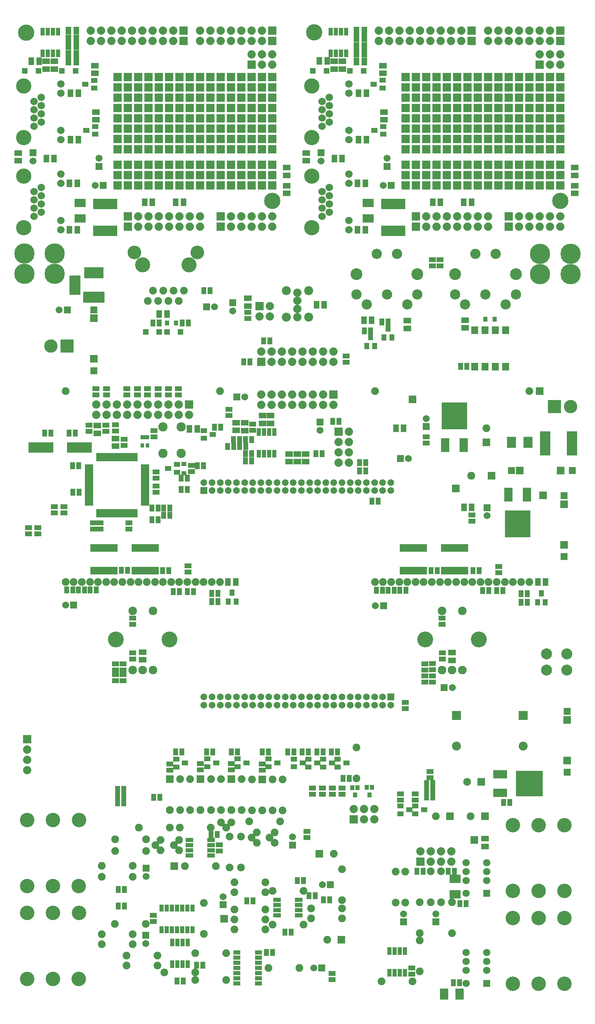
<source format=gts>
G04 (created by PCBNEW (2013-07-07 BZR 4022)-stable) date 14/04/2014 03:28:28*
%MOIN*%
G04 Gerber Fmt 3.4, Leading zero omitted, Abs format*
%FSLAX34Y34*%
G01*
G70*
G90*
G04 APERTURE LIST*
%ADD10C,0.00590551*%
%ADD11C,0.157795*%
%ADD12C,0.0672441*%
%ADD13R,0.0672441X0.0672441*%
%ADD14C,0.072*%
%ADD15C,0.148*%
%ADD16R,0.08X0.08*%
%ADD17R,0.075X0.055*%
%ADD18R,0.055X0.075*%
%ADD19R,0.0594X0.0515*%
%ADD20R,0.232598X0.0987402*%
%ADD21R,0.1066X0.083*%
%ADD22C,0.08*%
%ADD23R,0.0436X0.0751*%
%ADD24R,0.0535X0.0535*%
%ADD25R,0.075X0.075*%
%ADD26R,0.039685X0.0475591*%
%ADD27R,0.0751X0.0436*%
%ADD28R,0.045X0.065*%
%ADD29C,0.075*%
%ADD30R,0.065X0.045*%
%ADD31R,0.04X0.065*%
%ADD32R,0.065X0.04*%
%ADD33C,0.0751181*%
%ADD34R,0.076X0.076*%
%ADD35C,0.076*%
%ADD36R,0.0987402X0.232598*%
%ADD37R,0.13X0.13*%
%ADD38C,0.13*%
%ADD39R,0.083X0.1066*%
%ADD40R,0.0909X0.1066*%
%ADD41R,0.0751181X0.0751181*%
%ADD42C,0.0770866*%
%ADD43R,0.0770866X0.0770866*%
%ADD44R,0.0711811X0.0711811*%
%ADD45R,0.0365X0.0779*%
%ADD46R,0.032X0.04*%
%ADD47R,0.0310236X0.0790551*%
%ADD48R,0.0790551X0.0310236*%
%ADD49C,0.0829921*%
%ADD50C,0.153858*%
%ADD51C,0.14*%
%ADD52R,0.0652756X0.0652756*%
%ADD53C,0.0652756*%
%ADD54R,0.248X0.264*%
%ADD55R,0.083X0.138*%
%ADD56R,0.264X0.248*%
%ADD57R,0.138X0.083*%
%ADD58R,0.047X0.044*%
%ADD59R,0.24X0.103*%
%ADD60C,0.09*%
%ADD61R,0.0515X0.0594*%
%ADD62C,0.0711811*%
%ADD63R,0.0731496X0.0731496*%
%ADD64C,0.106614*%
%ADD65R,0.0869291X0.0869291*%
%ADD66C,0.0869291*%
%ADD67R,0.0672441X0.0751181*%
%ADD68R,0.044X0.047*%
%ADD69C,0.197165*%
%ADD70C,0.132205*%
%ADD71C,0.145984*%
%ADD72C,0.114488*%
%ADD73C,0.0987402*%
%ADD74R,0.189291X0.110551*%
%ADD75R,0.208976X0.110551*%
%ADD76R,0.110551X0.189291*%
G04 APERTURE END LIST*
G54D10*
G54D11*
X25057Y-17500D03*
X1187Y-1181D03*
G54D12*
X1845Y-13633D03*
G54D13*
X1845Y-12846D03*
G54D12*
X8245Y-13376D03*
G54D13*
X8245Y-14163D03*
G54D12*
X7881Y-16000D03*
G54D13*
X8668Y-16000D03*
G54D14*
X4565Y-20300D03*
X4565Y-19400D03*
X4565Y-15800D03*
X4565Y-14900D03*
X2665Y-16200D03*
X2665Y-17000D03*
X2665Y-17800D03*
X2665Y-18600D03*
X1965Y-17400D03*
X1965Y-18200D03*
X1965Y-16600D03*
X1965Y-19000D03*
G54D15*
X965Y-20100D03*
X965Y-15100D03*
G54D14*
X4565Y-11580D03*
X4565Y-10680D03*
X4565Y-7080D03*
X4565Y-6180D03*
X2665Y-7480D03*
X2665Y-8280D03*
X2665Y-9080D03*
X2665Y-9880D03*
X1965Y-8680D03*
X1965Y-9480D03*
X1965Y-7880D03*
X1965Y-10280D03*
G54D15*
X965Y-11380D03*
X965Y-6380D03*
G54D16*
X25065Y-16000D03*
X24065Y-16000D03*
X23065Y-16000D03*
X22065Y-16000D03*
X21065Y-16000D03*
X20065Y-16000D03*
X19065Y-16000D03*
X16065Y-16000D03*
X15065Y-16000D03*
X17065Y-16000D03*
X18065Y-16000D03*
X14065Y-16000D03*
X13065Y-16000D03*
X10065Y-16000D03*
X11065Y-16000D03*
X12065Y-16000D03*
X25065Y-14000D03*
X24065Y-14000D03*
X23065Y-14000D03*
X22065Y-14000D03*
X21065Y-14000D03*
X20065Y-14000D03*
X19065Y-14000D03*
X16065Y-14000D03*
X15065Y-14000D03*
X17065Y-14000D03*
X18065Y-14000D03*
X14065Y-14000D03*
X13065Y-14000D03*
X10065Y-14000D03*
X11065Y-14000D03*
X12065Y-14000D03*
X25065Y-15000D03*
X24065Y-15000D03*
X23065Y-15000D03*
X22065Y-15000D03*
X21065Y-15000D03*
X20065Y-15000D03*
X19065Y-15000D03*
X16065Y-15000D03*
X15065Y-15000D03*
X17065Y-15000D03*
X18065Y-15000D03*
X14065Y-15000D03*
X13065Y-15000D03*
X10065Y-15000D03*
X11065Y-15000D03*
X12065Y-15000D03*
X25065Y-11500D03*
X24065Y-11500D03*
X23065Y-11500D03*
X22065Y-11500D03*
X21065Y-11500D03*
X20065Y-11500D03*
X19065Y-11500D03*
X16065Y-11500D03*
X15065Y-11500D03*
X17065Y-11500D03*
X18065Y-11500D03*
X14065Y-11500D03*
X13065Y-11500D03*
X10065Y-11500D03*
X11065Y-11500D03*
X12065Y-11500D03*
X12065Y-12500D03*
X11065Y-12500D03*
X10065Y-12500D03*
X13065Y-12500D03*
X14065Y-12500D03*
X18065Y-12500D03*
X17065Y-12500D03*
X15065Y-12500D03*
X16065Y-12500D03*
X19065Y-12500D03*
X20065Y-12500D03*
X21065Y-12500D03*
X22065Y-12500D03*
X23065Y-12500D03*
X24065Y-12500D03*
X25065Y-12500D03*
X25065Y-10500D03*
X24065Y-10500D03*
X23065Y-10500D03*
X22065Y-10500D03*
X21065Y-10500D03*
X20065Y-10500D03*
X19065Y-10500D03*
X16065Y-10500D03*
X15065Y-10500D03*
X17065Y-10500D03*
X18065Y-10500D03*
X14065Y-10500D03*
X13065Y-10500D03*
X10065Y-10500D03*
X11065Y-10500D03*
X12065Y-10500D03*
X12065Y-9500D03*
X11065Y-9500D03*
X10065Y-9500D03*
X13065Y-9500D03*
X14065Y-9500D03*
X18065Y-9500D03*
X17065Y-9500D03*
X15065Y-9500D03*
X16065Y-9500D03*
X19065Y-9500D03*
X20065Y-9500D03*
X21065Y-9500D03*
X22065Y-9500D03*
X23065Y-9500D03*
X24065Y-9500D03*
X25065Y-9500D03*
X25065Y-8500D03*
X24065Y-8500D03*
X23065Y-8500D03*
X22065Y-8500D03*
X21065Y-8500D03*
X20065Y-8500D03*
X19065Y-8500D03*
X16065Y-8500D03*
X15065Y-8500D03*
X17065Y-8500D03*
X18065Y-8500D03*
X14065Y-8500D03*
X13065Y-8500D03*
X10065Y-8500D03*
X11065Y-8500D03*
X12065Y-8500D03*
X12065Y-7500D03*
X11065Y-7500D03*
X10065Y-7500D03*
X13065Y-7500D03*
X14065Y-7500D03*
X18065Y-7500D03*
X17065Y-7500D03*
X15065Y-7500D03*
X16065Y-7500D03*
X19065Y-7500D03*
X20065Y-7500D03*
X21065Y-7500D03*
X22065Y-7500D03*
X23065Y-7500D03*
X24065Y-7500D03*
X25065Y-7500D03*
X25065Y-6500D03*
X24065Y-6500D03*
X23065Y-6500D03*
X22065Y-6500D03*
X21065Y-6500D03*
X20065Y-6500D03*
X19065Y-6500D03*
X16065Y-6500D03*
X15065Y-6500D03*
X17065Y-6500D03*
X18065Y-6500D03*
X14065Y-6500D03*
X13065Y-6500D03*
X10065Y-6500D03*
X11065Y-6500D03*
X12065Y-6500D03*
X12065Y-5500D03*
X11065Y-5500D03*
X10065Y-5500D03*
X13065Y-5500D03*
X14065Y-5500D03*
X18065Y-5500D03*
X17065Y-5500D03*
X15065Y-5500D03*
X16065Y-5500D03*
X19065Y-5500D03*
X20065Y-5500D03*
X21065Y-5500D03*
X22065Y-5500D03*
X23065Y-5500D03*
X24065Y-5500D03*
X25065Y-5500D03*
G54D17*
X7855Y-5135D03*
X7855Y-4385D03*
G54D18*
X5390Y-20300D03*
X6140Y-20300D03*
X5390Y-15800D03*
X6140Y-15800D03*
X5490Y-11580D03*
X6240Y-11580D03*
G54D17*
X7965Y-9645D03*
X7965Y-8895D03*
G54D18*
X5490Y-7080D03*
X6240Y-7080D03*
G54D19*
X7032Y-10670D03*
X7898Y-10295D03*
X7898Y-11045D03*
G54D20*
X8865Y-20399D03*
X8865Y-17800D03*
G54D21*
X6425Y-19208D03*
X6425Y-17712D03*
G54D22*
X7465Y-2000D03*
X10465Y-2000D03*
X11465Y-2000D03*
X9465Y-2000D03*
X8465Y-2000D03*
X12465Y-2000D03*
X13465Y-2000D03*
G54D16*
X16465Y-2000D03*
G54D22*
X15465Y-2000D03*
X14465Y-2000D03*
X25065Y-19000D03*
X24065Y-19000D03*
X23065Y-19000D03*
G54D16*
X20065Y-19000D03*
G54D22*
X21065Y-19000D03*
X22065Y-19000D03*
X19065Y-2000D03*
X20065Y-2000D03*
X18065Y-2000D03*
X21065Y-2000D03*
X22065Y-2000D03*
G54D16*
X25065Y-2000D03*
G54D22*
X24065Y-2000D03*
X23065Y-2000D03*
X17065Y-19000D03*
X16065Y-19000D03*
X18065Y-19000D03*
X15065Y-19000D03*
X14065Y-19000D03*
G54D16*
X11065Y-19000D03*
G54D22*
X12065Y-19000D03*
X13065Y-19000D03*
G54D16*
X23065Y-4300D03*
G54D22*
X23065Y-3300D03*
X24065Y-4300D03*
X24065Y-3300D03*
X25065Y-4300D03*
X25065Y-3300D03*
G54D18*
X16450Y-17620D03*
X15700Y-17620D03*
G54D17*
X3125Y-4725D03*
X3125Y-3975D03*
G54D18*
X12680Y-17620D03*
X13430Y-17620D03*
X6050Y-3250D03*
X5300Y-3250D03*
X1700Y-3950D03*
X2450Y-3950D03*
X5300Y-4000D03*
X6050Y-4000D03*
G54D17*
X3925Y-4725D03*
X3925Y-3975D03*
G54D18*
X3900Y-13400D03*
X3150Y-13400D03*
X5300Y-1000D03*
X6050Y-1000D03*
X5300Y-1750D03*
X6050Y-1750D03*
X5300Y-2500D03*
X6050Y-2500D03*
G54D17*
X415Y-13605D03*
X415Y-12855D03*
X26465Y-16775D03*
X26465Y-16025D03*
X26465Y-14275D03*
X26465Y-15025D03*
G54D23*
X4275Y-3200D03*
X4275Y-1100D03*
X3775Y-3200D03*
X3275Y-3200D03*
X2775Y-3200D03*
X3775Y-1100D03*
X3275Y-1100D03*
X2775Y-1100D03*
G54D24*
X5984Y-4900D03*
X4666Y-4900D03*
X1066Y-4900D03*
X2384Y-4900D03*
G54D22*
X7465Y-1000D03*
X10465Y-1000D03*
X11465Y-1000D03*
X9465Y-1000D03*
X8465Y-1000D03*
X12465Y-1000D03*
X13465Y-1000D03*
G54D16*
X16465Y-1000D03*
G54D22*
X15465Y-1000D03*
X14465Y-1000D03*
X25065Y-20000D03*
X24065Y-20000D03*
X23065Y-20000D03*
G54D16*
X20065Y-20000D03*
G54D22*
X21065Y-20000D03*
X22065Y-20000D03*
X17065Y-20000D03*
X16065Y-20000D03*
X18065Y-20000D03*
X15065Y-20000D03*
X14065Y-20000D03*
G54D16*
X11065Y-20000D03*
G54D22*
X12065Y-20000D03*
X13065Y-20000D03*
X19065Y-1000D03*
X20065Y-1000D03*
X18065Y-1000D03*
X21065Y-1000D03*
X22065Y-1000D03*
G54D16*
X25065Y-1000D03*
G54D22*
X24065Y-1000D03*
X23065Y-1000D03*
G54D19*
X6937Y-6190D03*
X7803Y-5815D03*
X7803Y-6565D03*
G54D12*
X27026Y-79140D03*
G54D13*
X27026Y-79927D03*
G54D25*
X44656Y-79438D03*
G54D26*
X32820Y-74364D03*
X33331Y-74364D03*
X33076Y-75073D03*
X34220Y-74344D03*
X34731Y-74344D03*
X34476Y-75053D03*
G54D27*
X27626Y-85238D03*
X25526Y-85238D03*
X27626Y-85738D03*
X27626Y-86238D03*
X27626Y-86738D03*
X25526Y-85738D03*
X25526Y-86238D03*
X25526Y-86738D03*
G54D28*
X28086Y-83348D03*
X27486Y-83348D03*
X30606Y-85238D03*
X30006Y-85238D03*
X26878Y-88365D03*
X26278Y-88365D03*
X10126Y-85838D03*
X10726Y-85838D03*
X10126Y-84228D03*
X10726Y-84228D03*
X22596Y-85328D03*
X23196Y-85328D03*
X29216Y-84838D03*
X28616Y-84838D03*
G54D29*
X25086Y-87618D03*
X28086Y-87618D03*
X21376Y-88108D03*
X24376Y-88108D03*
X31806Y-87038D03*
X28806Y-87038D03*
X31826Y-82258D03*
X31826Y-85258D03*
X21396Y-84508D03*
X24396Y-84508D03*
X25086Y-84368D03*
X28086Y-84368D03*
X21376Y-87128D03*
X24376Y-87128D03*
X31806Y-86058D03*
X28806Y-86058D03*
X21376Y-86148D03*
X24376Y-86148D03*
X24396Y-83528D03*
X21396Y-83528D03*
G54D12*
X29912Y-83758D03*
G54D13*
X30699Y-83758D03*
G54D12*
X20296Y-84925D03*
G54D13*
X20296Y-85712D03*
G54D29*
X9796Y-87578D03*
X12796Y-87578D03*
G54D12*
X12796Y-89452D03*
G54D13*
X12796Y-88665D03*
G54D29*
X11526Y-89538D03*
X8526Y-89538D03*
X11536Y-88558D03*
X8536Y-88558D03*
X17576Y-90398D03*
X20576Y-90398D03*
X13916Y-91598D03*
X10916Y-91598D03*
X17596Y-92998D03*
X20596Y-92998D03*
X17596Y-92278D03*
X14596Y-92278D03*
X18416Y-88518D03*
X18416Y-85518D03*
X13916Y-90618D03*
X10916Y-90618D03*
G54D28*
X15816Y-93098D03*
X16416Y-93098D03*
X25086Y-90328D03*
X24486Y-90328D03*
X18316Y-91558D03*
X17716Y-91558D03*
G54D30*
X13516Y-87318D03*
X13516Y-86718D03*
G54D31*
X14336Y-88118D03*
X14836Y-88118D03*
X15336Y-88118D03*
X15836Y-88118D03*
X16336Y-88118D03*
X16836Y-88118D03*
X17336Y-88118D03*
X17336Y-86018D03*
X16836Y-86018D03*
X16336Y-86018D03*
X15836Y-86018D03*
X15336Y-86018D03*
X14836Y-86018D03*
X14336Y-86018D03*
G54D32*
X21616Y-90338D03*
X21616Y-90838D03*
X21616Y-91338D03*
X21616Y-91838D03*
X21616Y-92338D03*
X21616Y-92838D03*
X21616Y-93338D03*
X23716Y-93338D03*
X23716Y-92838D03*
X23716Y-92338D03*
X23716Y-91838D03*
X23716Y-91338D03*
X23716Y-90838D03*
X23716Y-90338D03*
G54D23*
X16846Y-91448D03*
X16846Y-89348D03*
X16346Y-91448D03*
X15846Y-91448D03*
X15346Y-91448D03*
X16346Y-89348D03*
X15846Y-89348D03*
X15346Y-89348D03*
G54D30*
X18096Y-72638D03*
X18096Y-72038D03*
X24076Y-72648D03*
X24076Y-72048D03*
X21096Y-72638D03*
X21096Y-72038D03*
X15126Y-72648D03*
X15126Y-72048D03*
G54D19*
X16604Y-71973D03*
X15738Y-72348D03*
X15738Y-71598D03*
X19609Y-71953D03*
X18743Y-72328D03*
X18743Y-71578D03*
X22569Y-71953D03*
X21703Y-72328D03*
X21703Y-71578D03*
X25559Y-71953D03*
X24693Y-72328D03*
X24693Y-71578D03*
G54D33*
X25271Y-79683D03*
X24771Y-79183D03*
X25271Y-78683D03*
X21081Y-77738D03*
X20581Y-78238D03*
X20081Y-77738D03*
X23546Y-79683D03*
X23046Y-79183D03*
X23546Y-78683D03*
X16006Y-80438D03*
X15506Y-79938D03*
X16006Y-79438D03*
X14206Y-80438D03*
X13706Y-79938D03*
X14206Y-79438D03*
G54D27*
X19131Y-79438D03*
X17031Y-79438D03*
X19131Y-79938D03*
X19131Y-80438D03*
X19131Y-80938D03*
X17031Y-79938D03*
X17031Y-80438D03*
X17031Y-80938D03*
G54D28*
X19731Y-78888D03*
X19131Y-78888D03*
G54D30*
X28436Y-78588D03*
X28436Y-79188D03*
X19931Y-80488D03*
X19931Y-79888D03*
G54D29*
X23071Y-73548D03*
X23071Y-76548D03*
X25826Y-77633D03*
X22826Y-77633D03*
X17103Y-73526D03*
X17103Y-76526D03*
X20906Y-79088D03*
X20906Y-82088D03*
X19581Y-81963D03*
X16581Y-81963D03*
X26056Y-73558D03*
X26056Y-76558D03*
X16123Y-73526D03*
X16123Y-76526D03*
X22096Y-73538D03*
X22096Y-76538D03*
X20096Y-73528D03*
X20096Y-76528D03*
X19116Y-73528D03*
X19116Y-76528D03*
X25076Y-73558D03*
X25076Y-76558D03*
X9831Y-80488D03*
X12831Y-80488D03*
X22031Y-82088D03*
X22031Y-79088D03*
X11531Y-83013D03*
X8531Y-83013D03*
X11536Y-81938D03*
X8536Y-81938D03*
X9831Y-79363D03*
X12831Y-79363D03*
X12106Y-78238D03*
X15106Y-78238D03*
X16081Y-78238D03*
X19081Y-78238D03*
G54D34*
X18096Y-73538D03*
G54D35*
X18096Y-76538D03*
G54D34*
X21096Y-73538D03*
G54D35*
X21096Y-76538D03*
G54D34*
X24076Y-73558D03*
G54D35*
X24076Y-76558D03*
G54D34*
X15123Y-73526D03*
G54D35*
X15123Y-76526D03*
G54D12*
X12831Y-82952D03*
G54D13*
X12831Y-82165D03*
G54D33*
X19185Y-54433D03*
X19973Y-54433D03*
X5012Y-35929D03*
X16036Y-54433D03*
X16823Y-54433D03*
X17611Y-54433D03*
X12886Y-54433D03*
X13674Y-54433D03*
X14461Y-54433D03*
X10524Y-54433D03*
X11311Y-54433D03*
X12099Y-54433D03*
X7374Y-54433D03*
X8162Y-54433D03*
X8949Y-54433D03*
X5012Y-54433D03*
X5800Y-54433D03*
X19973Y-35929D03*
X15248Y-54433D03*
X18398Y-54433D03*
X6587Y-54433D03*
X9737Y-54433D03*
G54D36*
X54107Y-41008D03*
X51508Y-41008D03*
G54D17*
X28292Y-42017D03*
X28292Y-42767D03*
G54D18*
X44401Y-47203D03*
X43651Y-47203D03*
G54D17*
X9856Y-40518D03*
X9856Y-41268D03*
X45676Y-79303D03*
X45676Y-80053D03*
X42496Y-61278D03*
X42496Y-62028D03*
X12491Y-61223D03*
X12491Y-61973D03*
G54D18*
X37791Y-39518D03*
X37041Y-39518D03*
X20766Y-54438D03*
X21516Y-54438D03*
G54D17*
X8096Y-40028D03*
X8096Y-39278D03*
X24894Y-38307D03*
X24894Y-39057D03*
X24107Y-39057D03*
X24107Y-38307D03*
G54D18*
X50806Y-54433D03*
X51556Y-54433D03*
G54D30*
X8916Y-39823D03*
X8916Y-39223D03*
X13791Y-45728D03*
X13791Y-45128D03*
G54D28*
X6316Y-45723D03*
X5716Y-45723D03*
X20051Y-39438D03*
X19451Y-39438D03*
X29303Y-42014D03*
X29903Y-42014D03*
G54D30*
X7271Y-39828D03*
X7271Y-39228D03*
X10676Y-41193D03*
X10676Y-40593D03*
X11166Y-48693D03*
X11166Y-49293D03*
X13796Y-44348D03*
X13796Y-43748D03*
G54D28*
X13371Y-48388D03*
X13971Y-48388D03*
X13381Y-47278D03*
X13981Y-47278D03*
X16821Y-44358D03*
X16221Y-44358D03*
X16816Y-45473D03*
X16216Y-45473D03*
G54D30*
X3936Y-47743D03*
X3936Y-47143D03*
X4846Y-47743D03*
X4846Y-47143D03*
X13601Y-40353D03*
X13601Y-39753D03*
X9856Y-39813D03*
X9856Y-39213D03*
G54D28*
X21876Y-41313D03*
X22476Y-41313D03*
G54D30*
X37486Y-75578D03*
X37486Y-74978D03*
X38916Y-75578D03*
X38916Y-74978D03*
G54D28*
X43856Y-85598D03*
X43256Y-85598D03*
X42616Y-93248D03*
X43216Y-93248D03*
G54D30*
X37960Y-66693D03*
X37960Y-66093D03*
G54D28*
X35336Y-46583D03*
X34736Y-46583D03*
X31526Y-38858D03*
X30926Y-38858D03*
G54D30*
X20846Y-37687D03*
X20846Y-38287D03*
G54D28*
X47486Y-75798D03*
X48086Y-75798D03*
G54D30*
X39984Y-40352D03*
X39984Y-40952D03*
X44416Y-47943D03*
X44416Y-48543D03*
G54D28*
X22466Y-41983D03*
X23066Y-41983D03*
X22466Y-40643D03*
X23066Y-40643D03*
X15131Y-47273D03*
X14531Y-47273D03*
X14531Y-47958D03*
X15131Y-47958D03*
X34116Y-43668D03*
X33516Y-43668D03*
X33516Y-42878D03*
X34116Y-42878D03*
X6291Y-43173D03*
X5691Y-43173D03*
G54D30*
X23156Y-39143D03*
X23156Y-39743D03*
X47036Y-52923D03*
X47036Y-53523D03*
X11511Y-58523D03*
X11511Y-57923D03*
X1424Y-49753D03*
X1424Y-49153D03*
X2318Y-49751D03*
X2318Y-49151D03*
G54D28*
X10646Y-75833D03*
X10046Y-75833D03*
X10646Y-75178D03*
X10046Y-75178D03*
X10646Y-74528D03*
X10046Y-74528D03*
X40636Y-75268D03*
X40036Y-75268D03*
X40636Y-74618D03*
X40036Y-74618D03*
X40636Y-73968D03*
X40036Y-73968D03*
X49786Y-56388D03*
X49186Y-56388D03*
X49186Y-55573D03*
X49786Y-55573D03*
X35745Y-55221D03*
X35145Y-55221D03*
X36287Y-55221D03*
X36887Y-55221D03*
X38029Y-55221D03*
X37429Y-55221D03*
X45444Y-55257D03*
X46044Y-55257D03*
X47428Y-55259D03*
X46828Y-55259D03*
X40446Y-53333D03*
X41046Y-53333D03*
X44506Y-53338D03*
X45106Y-53338D03*
X19791Y-56333D03*
X19191Y-56333D03*
X19181Y-55528D03*
X19781Y-55528D03*
X5706Y-55181D03*
X5106Y-55181D03*
X6248Y-55181D03*
X6848Y-55181D03*
X7989Y-55181D03*
X7389Y-55181D03*
G54D30*
X16896Y-52878D03*
X16896Y-53478D03*
G54D28*
X17424Y-55373D03*
X16824Y-55373D03*
X15442Y-55373D03*
X16042Y-55373D03*
X14437Y-53331D03*
X15037Y-53331D03*
X10416Y-53293D03*
X11016Y-53293D03*
G54D30*
X9849Y-62957D03*
X9849Y-62357D03*
G54D28*
X2996Y-40003D03*
X3596Y-40003D03*
X5946Y-40003D03*
X5346Y-40003D03*
G54D30*
X7965Y-35708D03*
X7965Y-36308D03*
X8988Y-35708D03*
X8988Y-36308D03*
X11981Y-35708D03*
X11981Y-36308D03*
X12965Y-35708D03*
X12965Y-36308D03*
X10957Y-35708D03*
X10957Y-36308D03*
X13988Y-35708D03*
X13988Y-36308D03*
X14973Y-35708D03*
X14973Y-36308D03*
X15957Y-35708D03*
X15957Y-36308D03*
X41566Y-61313D03*
X41566Y-61913D03*
X40596Y-63523D03*
X40596Y-64123D03*
X40596Y-62943D03*
X40596Y-62343D03*
X39866Y-63523D03*
X39866Y-64123D03*
X9849Y-63399D03*
X9849Y-63999D03*
X10597Y-62957D03*
X10597Y-62357D03*
X10597Y-63399D03*
X10597Y-63999D03*
X11526Y-61293D03*
X11526Y-61893D03*
X41517Y-58523D03*
X41517Y-57923D03*
X39856Y-62953D03*
X39856Y-62353D03*
G54D25*
X50973Y-35926D03*
X51312Y-46018D03*
X38656Y-36733D03*
X42861Y-45353D03*
G54D16*
X30996Y-36253D03*
G54D22*
X30996Y-37253D03*
X29996Y-36253D03*
X29996Y-37253D03*
X28996Y-36253D03*
X28996Y-37253D03*
X27996Y-36253D03*
X27996Y-37253D03*
X26996Y-36253D03*
X26996Y-37253D03*
X25996Y-36253D03*
X25996Y-37253D03*
X24996Y-36253D03*
X24996Y-37253D03*
X23996Y-36253D03*
X23996Y-37253D03*
G54D16*
X31471Y-39878D03*
G54D22*
X32471Y-39878D03*
X31471Y-40878D03*
X32471Y-40878D03*
X31471Y-41878D03*
X32471Y-41878D03*
X31471Y-42878D03*
X32471Y-42878D03*
X15976Y-37223D03*
X14976Y-37223D03*
X15976Y-38223D03*
X14976Y-38223D03*
X12976Y-37223D03*
X11976Y-37223D03*
X12976Y-38223D03*
X11976Y-38223D03*
X9976Y-37223D03*
X8976Y-37223D03*
X9976Y-38223D03*
X8976Y-38223D03*
G54D16*
X16976Y-37223D03*
G54D22*
X13976Y-37223D03*
X16976Y-38223D03*
X13976Y-38223D03*
X10976Y-37223D03*
X7976Y-37223D03*
X10976Y-38223D03*
X7976Y-38223D03*
G54D37*
X52414Y-37425D03*
G54D38*
X53973Y-37425D03*
G54D21*
X42776Y-83210D03*
X42776Y-84706D03*
G54D39*
X41718Y-94368D03*
X43214Y-94368D03*
G54D40*
X49846Y-40913D03*
X48266Y-40913D03*
G54D33*
X43957Y-73808D03*
G54D41*
X45335Y-73808D03*
G54D33*
X45836Y-39534D03*
G54D41*
X45836Y-40912D03*
G54D12*
X38269Y-42468D03*
G54D13*
X37482Y-42468D03*
G54D12*
X22392Y-36499D03*
G54D13*
X21605Y-36499D03*
G54D12*
X29676Y-39722D03*
G54D13*
X29676Y-38935D03*
G54D12*
X35052Y-56717D03*
G54D13*
X35839Y-56717D03*
G54D12*
X42507Y-64667D03*
G54D13*
X41720Y-64667D03*
G54D12*
X5012Y-56677D03*
G54D13*
X5800Y-56677D03*
G54D12*
X45876Y-48003D03*
G54D13*
X45876Y-47216D03*
G54D12*
X39984Y-38585D03*
G54D13*
X39984Y-39372D03*
G54D42*
X44361Y-44133D03*
G54D43*
X46330Y-44133D03*
G54D44*
X53655Y-66958D03*
X53655Y-72864D03*
X48243Y-43618D03*
X54148Y-43618D03*
X53354Y-46075D03*
X53354Y-51980D03*
G54D45*
X42869Y-51131D03*
X42613Y-51131D03*
X42357Y-51131D03*
X42101Y-51131D03*
X43633Y-53333D03*
X43637Y-51131D03*
X43381Y-51131D03*
X43125Y-51131D03*
X41845Y-53335D03*
X42101Y-53335D03*
X42357Y-53335D03*
X42613Y-53335D03*
X42869Y-53335D03*
X43125Y-53335D03*
X41845Y-51131D03*
X43381Y-53333D03*
X43893Y-51131D03*
X41589Y-51131D03*
X41589Y-53335D03*
X43893Y-53335D03*
X38874Y-51121D03*
X38618Y-51121D03*
X38362Y-51121D03*
X38106Y-51121D03*
X39638Y-53323D03*
X39642Y-51121D03*
X39386Y-51121D03*
X39130Y-51121D03*
X37850Y-53325D03*
X38106Y-53325D03*
X38362Y-53325D03*
X38618Y-53325D03*
X38874Y-53325D03*
X39130Y-53325D03*
X37850Y-51121D03*
X39386Y-53323D03*
X39898Y-51121D03*
X37594Y-51121D03*
X37594Y-53325D03*
X39898Y-53325D03*
G54D46*
X12939Y-40411D03*
X12439Y-40411D03*
X12939Y-41211D03*
X12689Y-40411D03*
X12439Y-41211D03*
G54D30*
X8366Y-48683D03*
X8366Y-49283D03*
G54D47*
X11863Y-42327D03*
X11666Y-42327D03*
X11469Y-42327D03*
X11273Y-42327D03*
X11076Y-42327D03*
X10879Y-42327D03*
X10682Y-42327D03*
X10485Y-42327D03*
X10288Y-42327D03*
X10091Y-42327D03*
X9895Y-42327D03*
X9698Y-42327D03*
X9501Y-42327D03*
X9304Y-42327D03*
X9107Y-42327D03*
X8910Y-42327D03*
X8713Y-42327D03*
X8517Y-42327D03*
X8320Y-42327D03*
X8123Y-42327D03*
G54D48*
X7276Y-43173D03*
X7276Y-43370D03*
X7276Y-43567D03*
X7276Y-43764D03*
X7276Y-43961D03*
X7276Y-44158D03*
X7276Y-44354D03*
X7276Y-44551D03*
X7276Y-44748D03*
X7276Y-44945D03*
X7276Y-45142D03*
X7276Y-45339D03*
X7276Y-45536D03*
X7276Y-45732D03*
X7276Y-45929D03*
X7276Y-46126D03*
X7276Y-46323D03*
X7276Y-46520D03*
X7276Y-46717D03*
X7276Y-46914D03*
G54D47*
X8123Y-47760D03*
X8320Y-47760D03*
X8517Y-47760D03*
X8713Y-47760D03*
X8910Y-47760D03*
X9107Y-47760D03*
X9304Y-47760D03*
X9501Y-47760D03*
X9698Y-47760D03*
X9895Y-47760D03*
X10091Y-47760D03*
X10288Y-47760D03*
X10485Y-47760D03*
X10682Y-47760D03*
X10879Y-47760D03*
X11076Y-47760D03*
X11273Y-47760D03*
X11469Y-47760D03*
X11666Y-47760D03*
X11863Y-47760D03*
G54D48*
X12710Y-46914D03*
X12710Y-46717D03*
X12710Y-46520D03*
X12710Y-46323D03*
X12710Y-46126D03*
X12710Y-45929D03*
X12710Y-45732D03*
X12710Y-45536D03*
X12710Y-45339D03*
X12710Y-45142D03*
X12710Y-44945D03*
X12710Y-44748D03*
X12710Y-44551D03*
X12710Y-44354D03*
X12710Y-44158D03*
X12710Y-43961D03*
X12710Y-43764D03*
X12710Y-43567D03*
X12710Y-43370D03*
X12710Y-43173D03*
G54D49*
X11509Y-62955D03*
X11509Y-57246D03*
X13478Y-62955D03*
X13478Y-57246D03*
X12493Y-62955D03*
G54D50*
X9894Y-60004D03*
X15091Y-60004D03*
G54D49*
X41509Y-62955D03*
X41509Y-57246D03*
X43478Y-62955D03*
X43478Y-57246D03*
X42493Y-62955D03*
G54D50*
X39894Y-60004D03*
X45091Y-60004D03*
G54D51*
X3793Y-77511D03*
X1293Y-77511D03*
X6308Y-77511D03*
X3793Y-83901D03*
X1293Y-83901D03*
X6293Y-83901D03*
X3793Y-86511D03*
X1293Y-86511D03*
X6308Y-86511D03*
X3793Y-92901D03*
X1293Y-92901D03*
X6293Y-92901D03*
X50893Y-84376D03*
X53393Y-84376D03*
X48378Y-84376D03*
X50893Y-77986D03*
X53393Y-77986D03*
X48393Y-77986D03*
X50893Y-93376D03*
X53393Y-93376D03*
X48378Y-93376D03*
X50893Y-86986D03*
X53393Y-86986D03*
X48393Y-86986D03*
G54D33*
X49185Y-54433D03*
X49973Y-54433D03*
X35012Y-35929D03*
X46036Y-54433D03*
X46823Y-54433D03*
X47611Y-54433D03*
X42886Y-54433D03*
X43674Y-54433D03*
X44461Y-54433D03*
X40524Y-54433D03*
X41311Y-54433D03*
X42099Y-54433D03*
X37374Y-54433D03*
X38162Y-54433D03*
X38949Y-54433D03*
X35012Y-54433D03*
X35800Y-54433D03*
X49973Y-35929D03*
X45248Y-54433D03*
X48398Y-54433D03*
X36587Y-54433D03*
X39737Y-54433D03*
G54D52*
X18437Y-45575D03*
G54D53*
X18437Y-44788D03*
X19225Y-45575D03*
X19225Y-44788D03*
X20012Y-45575D03*
X20012Y-44788D03*
X20800Y-45575D03*
X20800Y-44788D03*
X21587Y-45575D03*
X21587Y-44788D03*
X22374Y-45575D03*
X22374Y-44788D03*
X23162Y-45575D03*
X23162Y-44788D03*
X23949Y-45575D03*
X23949Y-44788D03*
X24737Y-45575D03*
X24737Y-44788D03*
X25524Y-45575D03*
X25524Y-44788D03*
X26311Y-45575D03*
X26311Y-44788D03*
X27099Y-45575D03*
X27099Y-44788D03*
X27886Y-45575D03*
X27886Y-44788D03*
X28674Y-45575D03*
X28674Y-44788D03*
X29461Y-45575D03*
X29461Y-44788D03*
X30248Y-45575D03*
X30248Y-44788D03*
X31036Y-45575D03*
X31036Y-44788D03*
X31823Y-45575D03*
X31823Y-44788D03*
X32611Y-45575D03*
X32611Y-44788D03*
X33398Y-45575D03*
X33398Y-44788D03*
X34185Y-45575D03*
X34185Y-44788D03*
X34973Y-45575D03*
X34973Y-44788D03*
X35760Y-45575D03*
X35760Y-44788D03*
X36548Y-45575D03*
X36548Y-44788D03*
G54D52*
X36548Y-65575D03*
G54D53*
X36548Y-66363D03*
X35760Y-65575D03*
X35760Y-66363D03*
X34973Y-65575D03*
X34973Y-66363D03*
X34185Y-65575D03*
X34185Y-66363D03*
X33398Y-65575D03*
X33398Y-66363D03*
X32611Y-65575D03*
X32611Y-66363D03*
X31823Y-65575D03*
X31823Y-66363D03*
X31036Y-65575D03*
X31036Y-66363D03*
X30248Y-65575D03*
X30248Y-66363D03*
X29461Y-65575D03*
X29461Y-66363D03*
X28674Y-65575D03*
X28674Y-66363D03*
X27886Y-65575D03*
X27886Y-66363D03*
X27099Y-65575D03*
X27099Y-66363D03*
X26311Y-65575D03*
X26311Y-66363D03*
X25524Y-65575D03*
X25524Y-66363D03*
X24737Y-65575D03*
X24737Y-66363D03*
X23949Y-65575D03*
X23949Y-66363D03*
X23162Y-65575D03*
X23162Y-66363D03*
X22374Y-65575D03*
X22374Y-66363D03*
X21587Y-65575D03*
X21587Y-66363D03*
X20800Y-65575D03*
X20800Y-66363D03*
X20012Y-65575D03*
X20012Y-66363D03*
X19225Y-65575D03*
X19225Y-66363D03*
X18437Y-65575D03*
X18437Y-66363D03*
G54D54*
X48862Y-48793D03*
G54D55*
X49762Y-45963D03*
X47962Y-45963D03*
G54D54*
X42736Y-38333D03*
G54D55*
X41836Y-41163D03*
X43636Y-41163D03*
G54D56*
X49994Y-73953D03*
G54D57*
X47164Y-73053D03*
X47164Y-74853D03*
G54D45*
X8864Y-51131D03*
X8608Y-51131D03*
X8352Y-51131D03*
X8096Y-51131D03*
X9628Y-53333D03*
X9632Y-51131D03*
X9376Y-51131D03*
X9120Y-51131D03*
X7840Y-53335D03*
X8096Y-53335D03*
X8352Y-53335D03*
X8608Y-53335D03*
X8864Y-53335D03*
X9120Y-53335D03*
X7840Y-51131D03*
X9376Y-53333D03*
X9888Y-51131D03*
X7584Y-51131D03*
X7584Y-53335D03*
X9888Y-53335D03*
X12876Y-51127D03*
X12620Y-51127D03*
X12364Y-51127D03*
X12108Y-51127D03*
X13640Y-53329D03*
X13644Y-51127D03*
X13388Y-51127D03*
X13132Y-51127D03*
X11852Y-53331D03*
X12108Y-53331D03*
X12364Y-53331D03*
X12620Y-53331D03*
X12876Y-53331D03*
X13132Y-53331D03*
X11852Y-51127D03*
X13388Y-53329D03*
X13900Y-51127D03*
X11596Y-51127D03*
X11596Y-53331D03*
X13900Y-53331D03*
G54D19*
X14948Y-43418D03*
X15814Y-43043D03*
X15814Y-43793D03*
G54D28*
X18391Y-43153D03*
X17791Y-43153D03*
G54D30*
X17221Y-43128D03*
X17221Y-43728D03*
G54D58*
X16491Y-43008D03*
X16491Y-43888D03*
G54D59*
X2626Y-41403D03*
X6366Y-41403D03*
G54D18*
X17771Y-39608D03*
X17021Y-39608D03*
G54D23*
X23766Y-39883D03*
X23766Y-41983D03*
X24266Y-39883D03*
X24766Y-39883D03*
X25266Y-39883D03*
X24266Y-41983D03*
X24766Y-41983D03*
X25266Y-41983D03*
G54D17*
X22376Y-38998D03*
X22376Y-39748D03*
X21556Y-38993D03*
X21556Y-39743D03*
G54D28*
X20726Y-41313D03*
X21326Y-41313D03*
X23066Y-42693D03*
X22466Y-42693D03*
X21286Y-40643D03*
X21886Y-40643D03*
G54D30*
X7716Y-49283D03*
X7716Y-48683D03*
G54D16*
X1296Y-69678D03*
G54D22*
X1296Y-70678D03*
X1296Y-71678D03*
X1296Y-72678D03*
G54D17*
X26696Y-42768D03*
X26696Y-42018D03*
G54D19*
X19289Y-40133D03*
X18423Y-40508D03*
X18423Y-39758D03*
G54D60*
X14445Y-39403D03*
X16217Y-39403D03*
X14445Y-41963D03*
X16217Y-41963D03*
G54D28*
X13539Y-75283D03*
X14139Y-75283D03*
G54D30*
X40346Y-72798D03*
X40346Y-73398D03*
G54D19*
X39779Y-76508D03*
X38913Y-76883D03*
X38913Y-76133D03*
X38359Y-76508D03*
X37493Y-76883D03*
X37493Y-76133D03*
G54D61*
X21166Y-55465D03*
X21541Y-56331D03*
X20791Y-56331D03*
X51146Y-55520D03*
X51521Y-56386D03*
X50771Y-56386D03*
G54D17*
X27484Y-42768D03*
X27484Y-42018D03*
G54D19*
X32269Y-71978D03*
X31403Y-72353D03*
X31403Y-71603D03*
X30849Y-71978D03*
X29983Y-72353D03*
X29983Y-71603D03*
X29429Y-71978D03*
X28563Y-72353D03*
X28563Y-71603D03*
X28009Y-71958D03*
X27143Y-72333D03*
X27143Y-71583D03*
G54D30*
X30846Y-92958D03*
X30846Y-92358D03*
G54D29*
X27676Y-91838D03*
X24676Y-91838D03*
G54D12*
X29082Y-91838D03*
G54D13*
X29869Y-91838D03*
G54D30*
X29916Y-74398D03*
X29916Y-74998D03*
X28956Y-74398D03*
X28956Y-74998D03*
X30876Y-74398D03*
X30876Y-74998D03*
X31836Y-74398D03*
X31836Y-74998D03*
G54D23*
X37906Y-92308D03*
X37906Y-90208D03*
X37406Y-92308D03*
X36906Y-92308D03*
X36406Y-92308D03*
X37406Y-90208D03*
X36906Y-90208D03*
X36406Y-90208D03*
G54D29*
X39356Y-89178D03*
X39356Y-92178D03*
X37956Y-85498D03*
X37956Y-82498D03*
X39356Y-85478D03*
X39356Y-88478D03*
X40416Y-82478D03*
X40416Y-85478D03*
X38656Y-93138D03*
X35656Y-93138D03*
X37036Y-85498D03*
X37036Y-82498D03*
X42476Y-85478D03*
X42476Y-88478D03*
X41416Y-82478D03*
X41416Y-85478D03*
G54D30*
X38576Y-91838D03*
X38576Y-92438D03*
G54D28*
X39096Y-82478D03*
X39696Y-82478D03*
X42736Y-82478D03*
X42136Y-82478D03*
G54D12*
X37796Y-86585D03*
G54D13*
X37796Y-87372D03*
G54D12*
X40916Y-86585D03*
G54D13*
X40916Y-87372D03*
G54D16*
X39416Y-81538D03*
G54D22*
X39416Y-80538D03*
X40416Y-81538D03*
X40416Y-80538D03*
X41416Y-81538D03*
X41416Y-80538D03*
X42416Y-81538D03*
X42416Y-80538D03*
G54D16*
X32966Y-77418D03*
G54D22*
X32966Y-76418D03*
X33966Y-77418D03*
X33966Y-76418D03*
X34966Y-77418D03*
X34966Y-76418D03*
G54D25*
X15566Y-81968D03*
X20396Y-87068D03*
G54D29*
X33236Y-73473D03*
X33236Y-70473D03*
G54D28*
X32516Y-73468D03*
X31916Y-73468D03*
G54D62*
X45866Y-81622D03*
X45866Y-83355D03*
X43866Y-82488D03*
X43866Y-83355D03*
X43866Y-81622D03*
X45866Y-82488D03*
X43866Y-84614D03*
G54D44*
X45866Y-84614D03*
G54D62*
X45856Y-90337D03*
X45856Y-92070D03*
X43856Y-91203D03*
X43856Y-92070D03*
X43856Y-90337D03*
X45856Y-91203D03*
X43856Y-93329D03*
G54D44*
X45856Y-93329D03*
G54D63*
X53354Y-46903D03*
X53354Y-50840D03*
X49070Y-43618D03*
X53007Y-43618D03*
X53655Y-67798D03*
X53655Y-71735D03*
G54D28*
X30796Y-70903D03*
X31396Y-70903D03*
X29371Y-70903D03*
X29971Y-70903D03*
X27946Y-70903D03*
X28546Y-70903D03*
X26546Y-70903D03*
X27146Y-70903D03*
X24096Y-70903D03*
X24696Y-70903D03*
X21096Y-70903D03*
X21696Y-70903D03*
X19271Y-70903D03*
X18671Y-70903D03*
X16296Y-70903D03*
X15696Y-70903D03*
G54D64*
X51661Y-61401D03*
X53630Y-61401D03*
X53630Y-62976D03*
X51661Y-62976D03*
G54D33*
X44297Y-77118D03*
G54D41*
X45675Y-77118D03*
G54D33*
X40917Y-77118D03*
G54D41*
X42295Y-77118D03*
G54D33*
X31005Y-80778D03*
G54D41*
X29627Y-80778D03*
G54D33*
X30377Y-89108D03*
G54D41*
X31755Y-89108D03*
G54D65*
X42936Y-67362D03*
G54D66*
X42936Y-70315D03*
G54D65*
X49376Y-67362D03*
G54D66*
X49376Y-70315D03*
G54D61*
X36275Y-29856D03*
X36650Y-30722D03*
X35900Y-30722D03*
G54D24*
X12786Y-30199D03*
X14104Y-30199D03*
X16164Y-30214D03*
X14846Y-30214D03*
G54D12*
X19469Y-27764D03*
G54D13*
X18682Y-27764D03*
G54D28*
X24220Y-31049D03*
X24820Y-31049D03*
G54D30*
X40585Y-23199D03*
X40585Y-23799D03*
G54D28*
X43905Y-33544D03*
X43305Y-33544D03*
X18415Y-26204D03*
X19015Y-26204D03*
X34600Y-30089D03*
X34000Y-30089D03*
G54D30*
X41310Y-23199D03*
X41310Y-23799D03*
G54D28*
X36275Y-29239D03*
X35675Y-29239D03*
G54D30*
X32215Y-32524D03*
X32215Y-33124D03*
G54D28*
X16320Y-29339D03*
X16920Y-29339D03*
X13500Y-29339D03*
X14100Y-29339D03*
X22875Y-33089D03*
X22275Y-33089D03*
G54D18*
X34700Y-29064D03*
X33950Y-29064D03*
G54D17*
X38150Y-29114D03*
X38150Y-29864D03*
X43750Y-29064D03*
X43750Y-29814D03*
G54D18*
X14845Y-28459D03*
X14095Y-28459D03*
G54D67*
X47675Y-30017D03*
X46675Y-30017D03*
X45675Y-30017D03*
X44675Y-30017D03*
X47675Y-33560D03*
X46675Y-33560D03*
X45675Y-33560D03*
X44675Y-33560D03*
G54D68*
X15730Y-29339D03*
X14850Y-29339D03*
X45735Y-28964D03*
X46615Y-28964D03*
G54D61*
X34600Y-30706D03*
X34975Y-31572D03*
X34225Y-31572D03*
G54D16*
X24000Y-33089D03*
G54D22*
X24000Y-32089D03*
X25000Y-33089D03*
X25000Y-32089D03*
X26000Y-33089D03*
X26000Y-32089D03*
X27000Y-33089D03*
X27000Y-32089D03*
X28000Y-33089D03*
X28000Y-32089D03*
X29000Y-33089D03*
X29000Y-32089D03*
X30000Y-33089D03*
X30000Y-32089D03*
X31000Y-33089D03*
X31000Y-32089D03*
G54D37*
X5150Y-31559D03*
G54D38*
X3591Y-31559D03*
G54D12*
X4387Y-28079D03*
G54D13*
X5174Y-28079D03*
G54D44*
X7760Y-33961D03*
X7760Y-28056D03*
G54D69*
X53987Y-24603D03*
X51034Y-24603D03*
X53987Y-22634D03*
X51034Y-22634D03*
X3967Y-24568D03*
X1014Y-24568D03*
X3967Y-22599D03*
X1014Y-22599D03*
G54D30*
X22675Y-28889D03*
X22675Y-28289D03*
G54D16*
X23825Y-27689D03*
G54D22*
X24825Y-27689D03*
X23825Y-28689D03*
X24825Y-28689D03*
G54D17*
X22675Y-27689D03*
X22675Y-26939D03*
G54D12*
X21225Y-28157D03*
G54D13*
X21225Y-27370D03*
G54D18*
X30100Y-27564D03*
X29350Y-27564D03*
G54D33*
X12975Y-27199D03*
X13975Y-27199D03*
X14975Y-27199D03*
X15975Y-27199D03*
X14475Y-26199D03*
X15475Y-26199D03*
G54D70*
X11674Y-22498D03*
X17776Y-22498D03*
G54D33*
X13475Y-26199D03*
X16475Y-26199D03*
G54D71*
X12475Y-23699D03*
X16975Y-23699D03*
G54D22*
X27500Y-26389D03*
X27500Y-27176D03*
X27500Y-27963D03*
G54D66*
X28571Y-26200D03*
G54D22*
X27500Y-28751D03*
G54D66*
X28571Y-28751D03*
X26429Y-26200D03*
X26429Y-28751D03*
G54D72*
X42772Y-24589D03*
G54D73*
X43757Y-27541D03*
X44741Y-22620D03*
X42772Y-26557D03*
X45725Y-26557D03*
X48678Y-26557D03*
X47694Y-27541D03*
X46709Y-22620D03*
G54D72*
X48678Y-24589D03*
X33222Y-24589D03*
G54D73*
X34207Y-27541D03*
X35191Y-22620D03*
X33222Y-26557D03*
X36175Y-26557D03*
X39128Y-26557D03*
X38144Y-27541D03*
X37159Y-22620D03*
G54D72*
X39128Y-24589D03*
G54D63*
X7764Y-32809D03*
X7764Y-28872D03*
G54D74*
X7760Y-24477D03*
G54D75*
X7760Y-26840D03*
G54D76*
X5910Y-25659D03*
G54D19*
X34873Y-6186D03*
X35739Y-5811D03*
X35739Y-6561D03*
G54D22*
X47001Y-996D03*
X48001Y-996D03*
X46001Y-996D03*
X49001Y-996D03*
X50001Y-996D03*
G54D16*
X53001Y-996D03*
G54D22*
X52001Y-996D03*
X51001Y-996D03*
X45001Y-19996D03*
X44001Y-19996D03*
X46001Y-19996D03*
X43001Y-19996D03*
X42001Y-19996D03*
G54D16*
X39001Y-19996D03*
G54D22*
X40001Y-19996D03*
X41001Y-19996D03*
X53001Y-19996D03*
X52001Y-19996D03*
X51001Y-19996D03*
G54D16*
X48001Y-19996D03*
G54D22*
X49001Y-19996D03*
X50001Y-19996D03*
X35401Y-996D03*
X38401Y-996D03*
X39401Y-996D03*
X37401Y-996D03*
X36401Y-996D03*
X40401Y-996D03*
X41401Y-996D03*
G54D16*
X44401Y-996D03*
G54D22*
X43401Y-996D03*
X42401Y-996D03*
G54D24*
X29002Y-4896D03*
X30320Y-4896D03*
X33920Y-4896D03*
X32602Y-4896D03*
G54D23*
X32211Y-3196D03*
X32211Y-1096D03*
X31711Y-3196D03*
X31211Y-3196D03*
X30711Y-3196D03*
X31711Y-1096D03*
X31211Y-1096D03*
X30711Y-1096D03*
G54D17*
X54401Y-14271D03*
X54401Y-15021D03*
X54401Y-16771D03*
X54401Y-16021D03*
X28351Y-13601D03*
X28351Y-12851D03*
G54D18*
X33236Y-2496D03*
X33986Y-2496D03*
X33236Y-1746D03*
X33986Y-1746D03*
X33236Y-996D03*
X33986Y-996D03*
X31836Y-13396D03*
X31086Y-13396D03*
G54D17*
X31861Y-4721D03*
X31861Y-3971D03*
G54D18*
X33236Y-3996D03*
X33986Y-3996D03*
X29636Y-3946D03*
X30386Y-3946D03*
X33986Y-3246D03*
X33236Y-3246D03*
X40616Y-17616D03*
X41366Y-17616D03*
G54D17*
X31061Y-4721D03*
X31061Y-3971D03*
G54D18*
X44386Y-17616D03*
X43636Y-17616D03*
G54D16*
X51001Y-4296D03*
G54D22*
X51001Y-3296D03*
X52001Y-4296D03*
X52001Y-3296D03*
X53001Y-4296D03*
X53001Y-3296D03*
X45001Y-18996D03*
X44001Y-18996D03*
X46001Y-18996D03*
X43001Y-18996D03*
X42001Y-18996D03*
G54D16*
X39001Y-18996D03*
G54D22*
X40001Y-18996D03*
X41001Y-18996D03*
X47001Y-1996D03*
X48001Y-1996D03*
X46001Y-1996D03*
X49001Y-1996D03*
X50001Y-1996D03*
G54D16*
X53001Y-1996D03*
G54D22*
X52001Y-1996D03*
X51001Y-1996D03*
X53001Y-18996D03*
X52001Y-18996D03*
X51001Y-18996D03*
G54D16*
X48001Y-18996D03*
G54D22*
X49001Y-18996D03*
X50001Y-18996D03*
X35401Y-1996D03*
X38401Y-1996D03*
X39401Y-1996D03*
X37401Y-1996D03*
X36401Y-1996D03*
X40401Y-1996D03*
X41401Y-1996D03*
G54D16*
X44401Y-1996D03*
G54D22*
X43401Y-1996D03*
X42401Y-1996D03*
G54D21*
X34361Y-19204D03*
X34361Y-17708D03*
G54D20*
X36801Y-20395D03*
X36801Y-17797D03*
G54D19*
X34968Y-10666D03*
X35834Y-10291D03*
X35834Y-11041D03*
G54D18*
X33426Y-7076D03*
X34176Y-7076D03*
G54D17*
X35901Y-9641D03*
X35901Y-8891D03*
G54D18*
X33426Y-11576D03*
X34176Y-11576D03*
X33326Y-15796D03*
X34076Y-15796D03*
X33326Y-20296D03*
X34076Y-20296D03*
G54D17*
X35791Y-5131D03*
X35791Y-4381D03*
G54D16*
X53001Y-11496D03*
X52001Y-11496D03*
X51001Y-11496D03*
X50001Y-11496D03*
X49001Y-11496D03*
X48001Y-11496D03*
X47001Y-11496D03*
X44001Y-11496D03*
X43001Y-11496D03*
X45001Y-11496D03*
X46001Y-11496D03*
X42001Y-11496D03*
X41001Y-11496D03*
X38001Y-11496D03*
X39001Y-11496D03*
X40001Y-11496D03*
X40001Y-12496D03*
X39001Y-12496D03*
X38001Y-12496D03*
X41001Y-12496D03*
X42001Y-12496D03*
X46001Y-12496D03*
X45001Y-12496D03*
X43001Y-12496D03*
X44001Y-12496D03*
X47001Y-12496D03*
X48001Y-12496D03*
X49001Y-12496D03*
X50001Y-12496D03*
X51001Y-12496D03*
X52001Y-12496D03*
X53001Y-12496D03*
X53001Y-10496D03*
X52001Y-10496D03*
X51001Y-10496D03*
X50001Y-10496D03*
X49001Y-10496D03*
X48001Y-10496D03*
X47001Y-10496D03*
X44001Y-10496D03*
X43001Y-10496D03*
X45001Y-10496D03*
X46001Y-10496D03*
X42001Y-10496D03*
X41001Y-10496D03*
X38001Y-10496D03*
X39001Y-10496D03*
X40001Y-10496D03*
X40001Y-9496D03*
X39001Y-9496D03*
X38001Y-9496D03*
X41001Y-9496D03*
X42001Y-9496D03*
X46001Y-9496D03*
X45001Y-9496D03*
X43001Y-9496D03*
X44001Y-9496D03*
X47001Y-9496D03*
X48001Y-9496D03*
X49001Y-9496D03*
X50001Y-9496D03*
X51001Y-9496D03*
X52001Y-9496D03*
X53001Y-9496D03*
X53001Y-8496D03*
X52001Y-8496D03*
X51001Y-8496D03*
X50001Y-8496D03*
X49001Y-8496D03*
X48001Y-8496D03*
X47001Y-8496D03*
X44001Y-8496D03*
X43001Y-8496D03*
X45001Y-8496D03*
X46001Y-8496D03*
X42001Y-8496D03*
X41001Y-8496D03*
X38001Y-8496D03*
X39001Y-8496D03*
X40001Y-8496D03*
X40001Y-7496D03*
X39001Y-7496D03*
X38001Y-7496D03*
X41001Y-7496D03*
X42001Y-7496D03*
X46001Y-7496D03*
X45001Y-7496D03*
X43001Y-7496D03*
X44001Y-7496D03*
X47001Y-7496D03*
X48001Y-7496D03*
X49001Y-7496D03*
X50001Y-7496D03*
X51001Y-7496D03*
X52001Y-7496D03*
X53001Y-7496D03*
X53001Y-6496D03*
X52001Y-6496D03*
X51001Y-6496D03*
X50001Y-6496D03*
X49001Y-6496D03*
X48001Y-6496D03*
X47001Y-6496D03*
X44001Y-6496D03*
X43001Y-6496D03*
X45001Y-6496D03*
X46001Y-6496D03*
X42001Y-6496D03*
X41001Y-6496D03*
X38001Y-6496D03*
X39001Y-6496D03*
X40001Y-6496D03*
X40001Y-5496D03*
X39001Y-5496D03*
X38001Y-5496D03*
X41001Y-5496D03*
X42001Y-5496D03*
X46001Y-5496D03*
X45001Y-5496D03*
X43001Y-5496D03*
X44001Y-5496D03*
X47001Y-5496D03*
X48001Y-5496D03*
X49001Y-5496D03*
X50001Y-5496D03*
X51001Y-5496D03*
X52001Y-5496D03*
X53001Y-5496D03*
X53001Y-14996D03*
X52001Y-14996D03*
X51001Y-14996D03*
X50001Y-14996D03*
X49001Y-14996D03*
X48001Y-14996D03*
X47001Y-14996D03*
X44001Y-14996D03*
X43001Y-14996D03*
X45001Y-14996D03*
X46001Y-14996D03*
X42001Y-14996D03*
X41001Y-14996D03*
X38001Y-14996D03*
X39001Y-14996D03*
X40001Y-14996D03*
X53001Y-13996D03*
X52001Y-13996D03*
X51001Y-13996D03*
X50001Y-13996D03*
X49001Y-13996D03*
X48001Y-13996D03*
X47001Y-13996D03*
X44001Y-13996D03*
X43001Y-13996D03*
X45001Y-13996D03*
X46001Y-13996D03*
X42001Y-13996D03*
X41001Y-13996D03*
X38001Y-13996D03*
X39001Y-13996D03*
X40001Y-13996D03*
X53001Y-15996D03*
X52001Y-15996D03*
X51001Y-15996D03*
X50001Y-15996D03*
X49001Y-15996D03*
X48001Y-15996D03*
X47001Y-15996D03*
X44001Y-15996D03*
X43001Y-15996D03*
X45001Y-15996D03*
X46001Y-15996D03*
X42001Y-15996D03*
X41001Y-15996D03*
X38001Y-15996D03*
X39001Y-15996D03*
X40001Y-15996D03*
G54D14*
X32501Y-11576D03*
X32501Y-10676D03*
X32501Y-7076D03*
X32501Y-6176D03*
X30601Y-7476D03*
X30601Y-8276D03*
X30601Y-9076D03*
X30601Y-9876D03*
X29901Y-8676D03*
X29901Y-9476D03*
X29901Y-7876D03*
X29901Y-10276D03*
G54D15*
X28901Y-11376D03*
X28901Y-6376D03*
G54D14*
X32501Y-20296D03*
X32501Y-19396D03*
X32501Y-15796D03*
X32501Y-14896D03*
X30601Y-16196D03*
X30601Y-16996D03*
X30601Y-17796D03*
X30601Y-18596D03*
X29901Y-17396D03*
X29901Y-18196D03*
X29901Y-16596D03*
X29901Y-18996D03*
G54D15*
X28901Y-20096D03*
X28901Y-15096D03*
G54D12*
X35817Y-15996D03*
G54D13*
X36604Y-15996D03*
G54D12*
X36181Y-13372D03*
G54D13*
X36181Y-14160D03*
G54D12*
X29781Y-13630D03*
G54D13*
X29781Y-12842D03*
G54D11*
X29123Y-1177D03*
X52993Y-17496D03*
M02*

</source>
